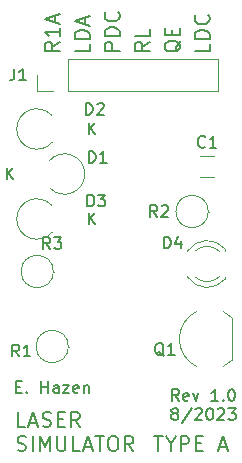
<source format=gbr>
%TF.GenerationSoftware,KiCad,Pcbnew,7.0.6-7.0.6~ubuntu22.04.1*%
%TF.CreationDate,2023-08-18T10:05:56-04:00*%
%TF.ProjectId,laserSim,6c617365-7253-4696-9d2e-6b696361645f,rev?*%
%TF.SameCoordinates,Original*%
%TF.FileFunction,Legend,Top*%
%TF.FilePolarity,Positive*%
%FSLAX46Y46*%
G04 Gerber Fmt 4.6, Leading zero omitted, Abs format (unit mm)*
G04 Created by KiCad (PCBNEW 7.0.6-7.0.6~ubuntu22.04.1) date 2023-08-18 10:05:56*
%MOMM*%
%LPD*%
G01*
G04 APERTURE LIST*
%ADD10C,0.150000*%
%ADD11C,0.152400*%
%ADD12C,0.120000*%
G04 APERTURE END LIST*
D10*
X130511779Y-98025009D02*
X130845112Y-98025009D01*
X130987969Y-98548819D02*
X130511779Y-98548819D01*
X130511779Y-98548819D02*
X130511779Y-97548819D01*
X130511779Y-97548819D02*
X130987969Y-97548819D01*
X131416541Y-98453580D02*
X131464160Y-98501200D01*
X131464160Y-98501200D02*
X131416541Y-98548819D01*
X131416541Y-98548819D02*
X131368922Y-98501200D01*
X131368922Y-98501200D02*
X131416541Y-98453580D01*
X131416541Y-98453580D02*
X131416541Y-98548819D01*
X132654636Y-98548819D02*
X132654636Y-97548819D01*
X132654636Y-98025009D02*
X133226064Y-98025009D01*
X133226064Y-98548819D02*
X133226064Y-97548819D01*
X134130826Y-98548819D02*
X134130826Y-98025009D01*
X134130826Y-98025009D02*
X134083207Y-97929771D01*
X134083207Y-97929771D02*
X133987969Y-97882152D01*
X133987969Y-97882152D02*
X133797493Y-97882152D01*
X133797493Y-97882152D02*
X133702255Y-97929771D01*
X134130826Y-98501200D02*
X134035588Y-98548819D01*
X134035588Y-98548819D02*
X133797493Y-98548819D01*
X133797493Y-98548819D02*
X133702255Y-98501200D01*
X133702255Y-98501200D02*
X133654636Y-98405961D01*
X133654636Y-98405961D02*
X133654636Y-98310723D01*
X133654636Y-98310723D02*
X133702255Y-98215485D01*
X133702255Y-98215485D02*
X133797493Y-98167866D01*
X133797493Y-98167866D02*
X134035588Y-98167866D01*
X134035588Y-98167866D02*
X134130826Y-98120247D01*
X134511779Y-97882152D02*
X135035588Y-97882152D01*
X135035588Y-97882152D02*
X134511779Y-98548819D01*
X134511779Y-98548819D02*
X135035588Y-98548819D01*
X135797493Y-98501200D02*
X135702255Y-98548819D01*
X135702255Y-98548819D02*
X135511779Y-98548819D01*
X135511779Y-98548819D02*
X135416541Y-98501200D01*
X135416541Y-98501200D02*
X135368922Y-98405961D01*
X135368922Y-98405961D02*
X135368922Y-98025009D01*
X135368922Y-98025009D02*
X135416541Y-97929771D01*
X135416541Y-97929771D02*
X135511779Y-97882152D01*
X135511779Y-97882152D02*
X135702255Y-97882152D01*
X135702255Y-97882152D02*
X135797493Y-97929771D01*
X135797493Y-97929771D02*
X135845112Y-98025009D01*
X135845112Y-98025009D02*
X135845112Y-98120247D01*
X135845112Y-98120247D02*
X135368922Y-98215485D01*
X136273684Y-97882152D02*
X136273684Y-98548819D01*
X136273684Y-97977390D02*
X136321303Y-97929771D01*
X136321303Y-97929771D02*
X136416541Y-97882152D01*
X136416541Y-97882152D02*
X136559398Y-97882152D01*
X136559398Y-97882152D02*
X136654636Y-97929771D01*
X136654636Y-97929771D02*
X136702255Y-98025009D01*
X136702255Y-98025009D02*
X136702255Y-98548819D01*
D11*
X144483603Y-68727689D02*
X144423127Y-68848641D01*
X144423127Y-68848641D02*
X144302175Y-68969594D01*
X144302175Y-68969594D02*
X144120746Y-69151022D01*
X144120746Y-69151022D02*
X144060270Y-69271975D01*
X144060270Y-69271975D02*
X144060270Y-69392927D01*
X144362651Y-69332451D02*
X144302175Y-69453403D01*
X144302175Y-69453403D02*
X144181222Y-69574356D01*
X144181222Y-69574356D02*
X143939317Y-69634832D01*
X143939317Y-69634832D02*
X143515984Y-69634832D01*
X143515984Y-69634832D02*
X143274079Y-69574356D01*
X143274079Y-69574356D02*
X143153127Y-69453403D01*
X143153127Y-69453403D02*
X143092651Y-69332451D01*
X143092651Y-69332451D02*
X143092651Y-69090546D01*
X143092651Y-69090546D02*
X143153127Y-68969594D01*
X143153127Y-68969594D02*
X143274079Y-68848641D01*
X143274079Y-68848641D02*
X143515984Y-68788165D01*
X143515984Y-68788165D02*
X143939317Y-68788165D01*
X143939317Y-68788165D02*
X144181222Y-68848641D01*
X144181222Y-68848641D02*
X144302175Y-68969594D01*
X144302175Y-68969594D02*
X144362651Y-69090546D01*
X144362651Y-69090546D02*
X144362651Y-69332451D01*
X143697413Y-68243880D02*
X143697413Y-67820546D01*
X144362651Y-67639118D02*
X144362651Y-68243880D01*
X144362651Y-68243880D02*
X143092651Y-68243880D01*
X143092651Y-68243880D02*
X143092651Y-67639118D01*
X146902651Y-68969594D02*
X146902651Y-69574356D01*
X146902651Y-69574356D02*
X145632651Y-69574356D01*
X146902651Y-68546261D02*
X145632651Y-68546261D01*
X145632651Y-68546261D02*
X145632651Y-68243880D01*
X145632651Y-68243880D02*
X145693127Y-68062451D01*
X145693127Y-68062451D02*
X145814079Y-67941499D01*
X145814079Y-67941499D02*
X145935032Y-67881022D01*
X145935032Y-67881022D02*
X146176936Y-67820546D01*
X146176936Y-67820546D02*
X146358365Y-67820546D01*
X146358365Y-67820546D02*
X146600270Y-67881022D01*
X146600270Y-67881022D02*
X146721222Y-67941499D01*
X146721222Y-67941499D02*
X146842175Y-68062451D01*
X146842175Y-68062451D02*
X146902651Y-68243880D01*
X146902651Y-68243880D02*
X146902651Y-68546261D01*
X146781698Y-66550546D02*
X146842175Y-66611022D01*
X146842175Y-66611022D02*
X146902651Y-66792451D01*
X146902651Y-66792451D02*
X146902651Y-66913403D01*
X146902651Y-66913403D02*
X146842175Y-67094832D01*
X146842175Y-67094832D02*
X146721222Y-67215784D01*
X146721222Y-67215784D02*
X146600270Y-67276261D01*
X146600270Y-67276261D02*
X146358365Y-67336737D01*
X146358365Y-67336737D02*
X146176936Y-67336737D01*
X146176936Y-67336737D02*
X145935032Y-67276261D01*
X145935032Y-67276261D02*
X145814079Y-67215784D01*
X145814079Y-67215784D02*
X145693127Y-67094832D01*
X145693127Y-67094832D02*
X145632651Y-66913403D01*
X145632651Y-66913403D02*
X145632651Y-66792451D01*
X145632651Y-66792451D02*
X145693127Y-66611022D01*
X145693127Y-66611022D02*
X145753603Y-66550546D01*
X142207215Y-102198651D02*
X142932929Y-102198651D01*
X142570072Y-103468651D02*
X142570072Y-102198651D01*
X143598167Y-102863889D02*
X143598167Y-103468651D01*
X143174834Y-102198651D02*
X143598167Y-102863889D01*
X143598167Y-102863889D02*
X144021501Y-102198651D01*
X144444833Y-103468651D02*
X144444833Y-102198651D01*
X144444833Y-102198651D02*
X144928643Y-102198651D01*
X144928643Y-102198651D02*
X145049595Y-102259127D01*
X145049595Y-102259127D02*
X145110072Y-102319603D01*
X145110072Y-102319603D02*
X145170548Y-102440555D01*
X145170548Y-102440555D02*
X145170548Y-102621984D01*
X145170548Y-102621984D02*
X145110072Y-102742936D01*
X145110072Y-102742936D02*
X145049595Y-102803413D01*
X145049595Y-102803413D02*
X144928643Y-102863889D01*
X144928643Y-102863889D02*
X144444833Y-102863889D01*
X145714833Y-102803413D02*
X146138167Y-102803413D01*
X146319595Y-103468651D02*
X145714833Y-103468651D01*
X145714833Y-103468651D02*
X145714833Y-102198651D01*
X145714833Y-102198651D02*
X146319595Y-102198651D01*
X147771024Y-103105794D02*
X148375786Y-103105794D01*
X147650072Y-103468651D02*
X148073405Y-102198651D01*
X148073405Y-102198651D02*
X148496739Y-103468651D01*
X139282651Y-69574356D02*
X138012651Y-69574356D01*
X138012651Y-69574356D02*
X138012651Y-69090546D01*
X138012651Y-69090546D02*
X138073127Y-68969594D01*
X138073127Y-68969594D02*
X138133603Y-68909117D01*
X138133603Y-68909117D02*
X138254555Y-68848641D01*
X138254555Y-68848641D02*
X138435984Y-68848641D01*
X138435984Y-68848641D02*
X138556936Y-68909117D01*
X138556936Y-68909117D02*
X138617413Y-68969594D01*
X138617413Y-68969594D02*
X138677889Y-69090546D01*
X138677889Y-69090546D02*
X138677889Y-69574356D01*
X139282651Y-68304356D02*
X138012651Y-68304356D01*
X138012651Y-68304356D02*
X138012651Y-68001975D01*
X138012651Y-68001975D02*
X138073127Y-67820546D01*
X138073127Y-67820546D02*
X138194079Y-67699594D01*
X138194079Y-67699594D02*
X138315032Y-67639117D01*
X138315032Y-67639117D02*
X138556936Y-67578641D01*
X138556936Y-67578641D02*
X138738365Y-67578641D01*
X138738365Y-67578641D02*
X138980270Y-67639117D01*
X138980270Y-67639117D02*
X139101222Y-67699594D01*
X139101222Y-67699594D02*
X139222175Y-67820546D01*
X139222175Y-67820546D02*
X139282651Y-68001975D01*
X139282651Y-68001975D02*
X139282651Y-68304356D01*
X139161698Y-66308641D02*
X139222175Y-66369117D01*
X139222175Y-66369117D02*
X139282651Y-66550546D01*
X139282651Y-66550546D02*
X139282651Y-66671498D01*
X139282651Y-66671498D02*
X139222175Y-66852927D01*
X139222175Y-66852927D02*
X139101222Y-66973879D01*
X139101222Y-66973879D02*
X138980270Y-67034356D01*
X138980270Y-67034356D02*
X138738365Y-67094832D01*
X138738365Y-67094832D02*
X138556936Y-67094832D01*
X138556936Y-67094832D02*
X138315032Y-67034356D01*
X138315032Y-67034356D02*
X138194079Y-66973879D01*
X138194079Y-66973879D02*
X138073127Y-66852927D01*
X138073127Y-66852927D02*
X138012651Y-66671498D01*
X138012651Y-66671498D02*
X138012651Y-66550546D01*
X138012651Y-66550546D02*
X138073127Y-66369117D01*
X138073127Y-66369117D02*
X138133603Y-66308641D01*
X136742651Y-68969594D02*
X136742651Y-69574356D01*
X136742651Y-69574356D02*
X135472651Y-69574356D01*
X136742651Y-68546261D02*
X135472651Y-68546261D01*
X135472651Y-68546261D02*
X135472651Y-68243880D01*
X135472651Y-68243880D02*
X135533127Y-68062451D01*
X135533127Y-68062451D02*
X135654079Y-67941499D01*
X135654079Y-67941499D02*
X135775032Y-67881022D01*
X135775032Y-67881022D02*
X136016936Y-67820546D01*
X136016936Y-67820546D02*
X136198365Y-67820546D01*
X136198365Y-67820546D02*
X136440270Y-67881022D01*
X136440270Y-67881022D02*
X136561222Y-67941499D01*
X136561222Y-67941499D02*
X136682175Y-68062451D01*
X136682175Y-68062451D02*
X136742651Y-68243880D01*
X136742651Y-68243880D02*
X136742651Y-68546261D01*
X136379794Y-67336737D02*
X136379794Y-66731975D01*
X136742651Y-67457689D02*
X135472651Y-67034356D01*
X135472651Y-67034356D02*
X136742651Y-66611022D01*
X141822651Y-68848641D02*
X141217889Y-69271975D01*
X141822651Y-69574356D02*
X140552651Y-69574356D01*
X140552651Y-69574356D02*
X140552651Y-69090546D01*
X140552651Y-69090546D02*
X140613127Y-68969594D01*
X140613127Y-68969594D02*
X140673603Y-68909117D01*
X140673603Y-68909117D02*
X140794555Y-68848641D01*
X140794555Y-68848641D02*
X140975984Y-68848641D01*
X140975984Y-68848641D02*
X141096936Y-68909117D01*
X141096936Y-68909117D02*
X141157413Y-68969594D01*
X141157413Y-68969594D02*
X141217889Y-69090546D01*
X141217889Y-69090546D02*
X141217889Y-69574356D01*
X141822651Y-67699594D02*
X141822651Y-68304356D01*
X141822651Y-68304356D02*
X140552651Y-68304356D01*
D10*
X144291207Y-99224819D02*
X143957874Y-98748628D01*
X143719779Y-99224819D02*
X143719779Y-98224819D01*
X143719779Y-98224819D02*
X144100731Y-98224819D01*
X144100731Y-98224819D02*
X144195969Y-98272438D01*
X144195969Y-98272438D02*
X144243588Y-98320057D01*
X144243588Y-98320057D02*
X144291207Y-98415295D01*
X144291207Y-98415295D02*
X144291207Y-98558152D01*
X144291207Y-98558152D02*
X144243588Y-98653390D01*
X144243588Y-98653390D02*
X144195969Y-98701009D01*
X144195969Y-98701009D02*
X144100731Y-98748628D01*
X144100731Y-98748628D02*
X143719779Y-98748628D01*
X145100731Y-99177200D02*
X145005493Y-99224819D01*
X145005493Y-99224819D02*
X144815017Y-99224819D01*
X144815017Y-99224819D02*
X144719779Y-99177200D01*
X144719779Y-99177200D02*
X144672160Y-99081961D01*
X144672160Y-99081961D02*
X144672160Y-98701009D01*
X144672160Y-98701009D02*
X144719779Y-98605771D01*
X144719779Y-98605771D02*
X144815017Y-98558152D01*
X144815017Y-98558152D02*
X145005493Y-98558152D01*
X145005493Y-98558152D02*
X145100731Y-98605771D01*
X145100731Y-98605771D02*
X145148350Y-98701009D01*
X145148350Y-98701009D02*
X145148350Y-98796247D01*
X145148350Y-98796247D02*
X144672160Y-98891485D01*
X145481684Y-98558152D02*
X145719779Y-99224819D01*
X145719779Y-99224819D02*
X145957874Y-98558152D01*
X147624541Y-99224819D02*
X147053113Y-99224819D01*
X147338827Y-99224819D02*
X147338827Y-98224819D01*
X147338827Y-98224819D02*
X147243589Y-98367676D01*
X147243589Y-98367676D02*
X147148351Y-98462914D01*
X147148351Y-98462914D02*
X147053113Y-98510533D01*
X148053113Y-99129580D02*
X148100732Y-99177200D01*
X148100732Y-99177200D02*
X148053113Y-99224819D01*
X148053113Y-99224819D02*
X148005494Y-99177200D01*
X148005494Y-99177200D02*
X148053113Y-99129580D01*
X148053113Y-99129580D02*
X148053113Y-99224819D01*
X148719779Y-98224819D02*
X148815017Y-98224819D01*
X148815017Y-98224819D02*
X148910255Y-98272438D01*
X148910255Y-98272438D02*
X148957874Y-98320057D01*
X148957874Y-98320057D02*
X149005493Y-98415295D01*
X149005493Y-98415295D02*
X149053112Y-98605771D01*
X149053112Y-98605771D02*
X149053112Y-98843866D01*
X149053112Y-98843866D02*
X149005493Y-99034342D01*
X149005493Y-99034342D02*
X148957874Y-99129580D01*
X148957874Y-99129580D02*
X148910255Y-99177200D01*
X148910255Y-99177200D02*
X148815017Y-99224819D01*
X148815017Y-99224819D02*
X148719779Y-99224819D01*
X148719779Y-99224819D02*
X148624541Y-99177200D01*
X148624541Y-99177200D02*
X148576922Y-99129580D01*
X148576922Y-99129580D02*
X148529303Y-99034342D01*
X148529303Y-99034342D02*
X148481684Y-98843866D01*
X148481684Y-98843866D02*
X148481684Y-98605771D01*
X148481684Y-98605771D02*
X148529303Y-98415295D01*
X148529303Y-98415295D02*
X148576922Y-98320057D01*
X148576922Y-98320057D02*
X148624541Y-98272438D01*
X148624541Y-98272438D02*
X148719779Y-98224819D01*
X143862636Y-100263390D02*
X143767398Y-100215771D01*
X143767398Y-100215771D02*
X143719779Y-100168152D01*
X143719779Y-100168152D02*
X143672160Y-100072914D01*
X143672160Y-100072914D02*
X143672160Y-100025295D01*
X143672160Y-100025295D02*
X143719779Y-99930057D01*
X143719779Y-99930057D02*
X143767398Y-99882438D01*
X143767398Y-99882438D02*
X143862636Y-99834819D01*
X143862636Y-99834819D02*
X144053112Y-99834819D01*
X144053112Y-99834819D02*
X144148350Y-99882438D01*
X144148350Y-99882438D02*
X144195969Y-99930057D01*
X144195969Y-99930057D02*
X144243588Y-100025295D01*
X144243588Y-100025295D02*
X144243588Y-100072914D01*
X144243588Y-100072914D02*
X144195969Y-100168152D01*
X144195969Y-100168152D02*
X144148350Y-100215771D01*
X144148350Y-100215771D02*
X144053112Y-100263390D01*
X144053112Y-100263390D02*
X143862636Y-100263390D01*
X143862636Y-100263390D02*
X143767398Y-100311009D01*
X143767398Y-100311009D02*
X143719779Y-100358628D01*
X143719779Y-100358628D02*
X143672160Y-100453866D01*
X143672160Y-100453866D02*
X143672160Y-100644342D01*
X143672160Y-100644342D02*
X143719779Y-100739580D01*
X143719779Y-100739580D02*
X143767398Y-100787200D01*
X143767398Y-100787200D02*
X143862636Y-100834819D01*
X143862636Y-100834819D02*
X144053112Y-100834819D01*
X144053112Y-100834819D02*
X144148350Y-100787200D01*
X144148350Y-100787200D02*
X144195969Y-100739580D01*
X144195969Y-100739580D02*
X144243588Y-100644342D01*
X144243588Y-100644342D02*
X144243588Y-100453866D01*
X144243588Y-100453866D02*
X144195969Y-100358628D01*
X144195969Y-100358628D02*
X144148350Y-100311009D01*
X144148350Y-100311009D02*
X144053112Y-100263390D01*
X145386445Y-99787200D02*
X144529303Y-101072914D01*
X145672160Y-99930057D02*
X145719779Y-99882438D01*
X145719779Y-99882438D02*
X145815017Y-99834819D01*
X145815017Y-99834819D02*
X146053112Y-99834819D01*
X146053112Y-99834819D02*
X146148350Y-99882438D01*
X146148350Y-99882438D02*
X146195969Y-99930057D01*
X146195969Y-99930057D02*
X146243588Y-100025295D01*
X146243588Y-100025295D02*
X146243588Y-100120533D01*
X146243588Y-100120533D02*
X146195969Y-100263390D01*
X146195969Y-100263390D02*
X145624541Y-100834819D01*
X145624541Y-100834819D02*
X146243588Y-100834819D01*
X146862636Y-99834819D02*
X146957874Y-99834819D01*
X146957874Y-99834819D02*
X147053112Y-99882438D01*
X147053112Y-99882438D02*
X147100731Y-99930057D01*
X147100731Y-99930057D02*
X147148350Y-100025295D01*
X147148350Y-100025295D02*
X147195969Y-100215771D01*
X147195969Y-100215771D02*
X147195969Y-100453866D01*
X147195969Y-100453866D02*
X147148350Y-100644342D01*
X147148350Y-100644342D02*
X147100731Y-100739580D01*
X147100731Y-100739580D02*
X147053112Y-100787200D01*
X147053112Y-100787200D02*
X146957874Y-100834819D01*
X146957874Y-100834819D02*
X146862636Y-100834819D01*
X146862636Y-100834819D02*
X146767398Y-100787200D01*
X146767398Y-100787200D02*
X146719779Y-100739580D01*
X146719779Y-100739580D02*
X146672160Y-100644342D01*
X146672160Y-100644342D02*
X146624541Y-100453866D01*
X146624541Y-100453866D02*
X146624541Y-100215771D01*
X146624541Y-100215771D02*
X146672160Y-100025295D01*
X146672160Y-100025295D02*
X146719779Y-99930057D01*
X146719779Y-99930057D02*
X146767398Y-99882438D01*
X146767398Y-99882438D02*
X146862636Y-99834819D01*
X147576922Y-99930057D02*
X147624541Y-99882438D01*
X147624541Y-99882438D02*
X147719779Y-99834819D01*
X147719779Y-99834819D02*
X147957874Y-99834819D01*
X147957874Y-99834819D02*
X148053112Y-99882438D01*
X148053112Y-99882438D02*
X148100731Y-99930057D01*
X148100731Y-99930057D02*
X148148350Y-100025295D01*
X148148350Y-100025295D02*
X148148350Y-100120533D01*
X148148350Y-100120533D02*
X148100731Y-100263390D01*
X148100731Y-100263390D02*
X147529303Y-100834819D01*
X147529303Y-100834819D02*
X148148350Y-100834819D01*
X148481684Y-99834819D02*
X149100731Y-99834819D01*
X149100731Y-99834819D02*
X148767398Y-100215771D01*
X148767398Y-100215771D02*
X148910255Y-100215771D01*
X148910255Y-100215771D02*
X149005493Y-100263390D01*
X149005493Y-100263390D02*
X149053112Y-100311009D01*
X149053112Y-100311009D02*
X149100731Y-100406247D01*
X149100731Y-100406247D02*
X149100731Y-100644342D01*
X149100731Y-100644342D02*
X149053112Y-100739580D01*
X149053112Y-100739580D02*
X149005493Y-100787200D01*
X149005493Y-100787200D02*
X148910255Y-100834819D01*
X148910255Y-100834819D02*
X148624541Y-100834819D01*
X148624541Y-100834819D02*
X148529303Y-100787200D01*
X148529303Y-100787200D02*
X148481684Y-100739580D01*
D11*
X134202651Y-68848641D02*
X133597889Y-69271975D01*
X134202651Y-69574356D02*
X132932651Y-69574356D01*
X132932651Y-69574356D02*
X132932651Y-69090546D01*
X132932651Y-69090546D02*
X132993127Y-68969594D01*
X132993127Y-68969594D02*
X133053603Y-68909117D01*
X133053603Y-68909117D02*
X133174555Y-68848641D01*
X133174555Y-68848641D02*
X133355984Y-68848641D01*
X133355984Y-68848641D02*
X133476936Y-68909117D01*
X133476936Y-68909117D02*
X133537413Y-68969594D01*
X133537413Y-68969594D02*
X133597889Y-69090546D01*
X133597889Y-69090546D02*
X133597889Y-69574356D01*
X134202651Y-67639117D02*
X134202651Y-68364832D01*
X134202651Y-68001975D02*
X132932651Y-68001975D01*
X132932651Y-68001975D02*
X133114079Y-68122927D01*
X133114079Y-68122927D02*
X133235032Y-68243879D01*
X133235032Y-68243879D02*
X133295508Y-68364832D01*
X133839794Y-67155308D02*
X133839794Y-66550546D01*
X134202651Y-67276260D02*
X132932651Y-66852927D01*
X132932651Y-66852927D02*
X134202651Y-66429593D01*
X131309405Y-101423951D02*
X130704643Y-101423951D01*
X130704643Y-101423951D02*
X130704643Y-100153951D01*
X131672262Y-101061094D02*
X132277024Y-101061094D01*
X131551310Y-101423951D02*
X131974643Y-100153951D01*
X131974643Y-100153951D02*
X132397977Y-101423951D01*
X132760833Y-101363475D02*
X132942262Y-101423951D01*
X132942262Y-101423951D02*
X133244643Y-101423951D01*
X133244643Y-101423951D02*
X133365595Y-101363475D01*
X133365595Y-101363475D02*
X133426071Y-101302998D01*
X133426071Y-101302998D02*
X133486548Y-101182046D01*
X133486548Y-101182046D02*
X133486548Y-101061094D01*
X133486548Y-101061094D02*
X133426071Y-100940141D01*
X133426071Y-100940141D02*
X133365595Y-100879665D01*
X133365595Y-100879665D02*
X133244643Y-100819189D01*
X133244643Y-100819189D02*
X133002738Y-100758713D01*
X133002738Y-100758713D02*
X132881786Y-100698236D01*
X132881786Y-100698236D02*
X132821309Y-100637760D01*
X132821309Y-100637760D02*
X132760833Y-100516808D01*
X132760833Y-100516808D02*
X132760833Y-100395855D01*
X132760833Y-100395855D02*
X132821309Y-100274903D01*
X132821309Y-100274903D02*
X132881786Y-100214427D01*
X132881786Y-100214427D02*
X133002738Y-100153951D01*
X133002738Y-100153951D02*
X133305119Y-100153951D01*
X133305119Y-100153951D02*
X133486548Y-100214427D01*
X134030833Y-100758713D02*
X134454167Y-100758713D01*
X134635595Y-101423951D02*
X134030833Y-101423951D01*
X134030833Y-101423951D02*
X134030833Y-100153951D01*
X134030833Y-100153951D02*
X134635595Y-100153951D01*
X135905596Y-101423951D02*
X135482262Y-100819189D01*
X135179881Y-101423951D02*
X135179881Y-100153951D01*
X135179881Y-100153951D02*
X135663691Y-100153951D01*
X135663691Y-100153951D02*
X135784643Y-100214427D01*
X135784643Y-100214427D02*
X135845120Y-100274903D01*
X135845120Y-100274903D02*
X135905596Y-100395855D01*
X135905596Y-100395855D02*
X135905596Y-100577284D01*
X135905596Y-100577284D02*
X135845120Y-100698236D01*
X135845120Y-100698236D02*
X135784643Y-100758713D01*
X135784643Y-100758713D02*
X135663691Y-100819189D01*
X135663691Y-100819189D02*
X135179881Y-100819189D01*
X130644167Y-103408175D02*
X130825596Y-103468651D01*
X130825596Y-103468651D02*
X131127977Y-103468651D01*
X131127977Y-103468651D02*
X131248929Y-103408175D01*
X131248929Y-103408175D02*
X131309405Y-103347698D01*
X131309405Y-103347698D02*
X131369882Y-103226746D01*
X131369882Y-103226746D02*
X131369882Y-103105794D01*
X131369882Y-103105794D02*
X131309405Y-102984841D01*
X131309405Y-102984841D02*
X131248929Y-102924365D01*
X131248929Y-102924365D02*
X131127977Y-102863889D01*
X131127977Y-102863889D02*
X130886072Y-102803413D01*
X130886072Y-102803413D02*
X130765120Y-102742936D01*
X130765120Y-102742936D02*
X130704643Y-102682460D01*
X130704643Y-102682460D02*
X130644167Y-102561508D01*
X130644167Y-102561508D02*
X130644167Y-102440555D01*
X130644167Y-102440555D02*
X130704643Y-102319603D01*
X130704643Y-102319603D02*
X130765120Y-102259127D01*
X130765120Y-102259127D02*
X130886072Y-102198651D01*
X130886072Y-102198651D02*
X131188453Y-102198651D01*
X131188453Y-102198651D02*
X131369882Y-102259127D01*
X131914167Y-103468651D02*
X131914167Y-102198651D01*
X132518929Y-103468651D02*
X132518929Y-102198651D01*
X132518929Y-102198651D02*
X132942263Y-103105794D01*
X132942263Y-103105794D02*
X133365596Y-102198651D01*
X133365596Y-102198651D02*
X133365596Y-103468651D01*
X133970358Y-102198651D02*
X133970358Y-103226746D01*
X133970358Y-103226746D02*
X134030835Y-103347698D01*
X134030835Y-103347698D02*
X134091311Y-103408175D01*
X134091311Y-103408175D02*
X134212263Y-103468651D01*
X134212263Y-103468651D02*
X134454168Y-103468651D01*
X134454168Y-103468651D02*
X134575120Y-103408175D01*
X134575120Y-103408175D02*
X134635597Y-103347698D01*
X134635597Y-103347698D02*
X134696073Y-103226746D01*
X134696073Y-103226746D02*
X134696073Y-102198651D01*
X135905596Y-103468651D02*
X135300834Y-103468651D01*
X135300834Y-103468651D02*
X135300834Y-102198651D01*
X136268453Y-103105794D02*
X136873215Y-103105794D01*
X136147501Y-103468651D02*
X136570834Y-102198651D01*
X136570834Y-102198651D02*
X136994168Y-103468651D01*
X137236072Y-102198651D02*
X137961786Y-102198651D01*
X137598929Y-103468651D02*
X137598929Y-102198651D01*
X138627024Y-102198651D02*
X138868929Y-102198651D01*
X138868929Y-102198651D02*
X138989881Y-102259127D01*
X138989881Y-102259127D02*
X139110834Y-102380079D01*
X139110834Y-102380079D02*
X139171310Y-102621984D01*
X139171310Y-102621984D02*
X139171310Y-103045317D01*
X139171310Y-103045317D02*
X139110834Y-103287222D01*
X139110834Y-103287222D02*
X138989881Y-103408175D01*
X138989881Y-103408175D02*
X138868929Y-103468651D01*
X138868929Y-103468651D02*
X138627024Y-103468651D01*
X138627024Y-103468651D02*
X138506072Y-103408175D01*
X138506072Y-103408175D02*
X138385119Y-103287222D01*
X138385119Y-103287222D02*
X138324643Y-103045317D01*
X138324643Y-103045317D02*
X138324643Y-102621984D01*
X138324643Y-102621984D02*
X138385119Y-102380079D01*
X138385119Y-102380079D02*
X138506072Y-102259127D01*
X138506072Y-102259127D02*
X138627024Y-102198651D01*
X140441310Y-103468651D02*
X140017976Y-102863889D01*
X139715595Y-103468651D02*
X139715595Y-102198651D01*
X139715595Y-102198651D02*
X140199405Y-102198651D01*
X140199405Y-102198651D02*
X140320357Y-102259127D01*
X140320357Y-102259127D02*
X140380834Y-102319603D01*
X140380834Y-102319603D02*
X140441310Y-102440555D01*
X140441310Y-102440555D02*
X140441310Y-102621984D01*
X140441310Y-102621984D02*
X140380834Y-102742936D01*
X140380834Y-102742936D02*
X140320357Y-102803413D01*
X140320357Y-102803413D02*
X140199405Y-102863889D01*
X140199405Y-102863889D02*
X139715595Y-102863889D01*
D10*
X133408333Y-86349819D02*
X133075000Y-85873628D01*
X132836905Y-86349819D02*
X132836905Y-85349819D01*
X132836905Y-85349819D02*
X133217857Y-85349819D01*
X133217857Y-85349819D02*
X133313095Y-85397438D01*
X133313095Y-85397438D02*
X133360714Y-85445057D01*
X133360714Y-85445057D02*
X133408333Y-85540295D01*
X133408333Y-85540295D02*
X133408333Y-85683152D01*
X133408333Y-85683152D02*
X133360714Y-85778390D01*
X133360714Y-85778390D02*
X133313095Y-85826009D01*
X133313095Y-85826009D02*
X133217857Y-85873628D01*
X133217857Y-85873628D02*
X132836905Y-85873628D01*
X133741667Y-85349819D02*
X134360714Y-85349819D01*
X134360714Y-85349819D02*
X134027381Y-85730771D01*
X134027381Y-85730771D02*
X134170238Y-85730771D01*
X134170238Y-85730771D02*
X134265476Y-85778390D01*
X134265476Y-85778390D02*
X134313095Y-85826009D01*
X134313095Y-85826009D02*
X134360714Y-85921247D01*
X134360714Y-85921247D02*
X134360714Y-86159342D01*
X134360714Y-86159342D02*
X134313095Y-86254580D01*
X134313095Y-86254580D02*
X134265476Y-86302200D01*
X134265476Y-86302200D02*
X134170238Y-86349819D01*
X134170238Y-86349819D02*
X133884524Y-86349819D01*
X133884524Y-86349819D02*
X133789286Y-86302200D01*
X133789286Y-86302200D02*
X133741667Y-86254580D01*
X143025905Y-86306819D02*
X143025905Y-85306819D01*
X143025905Y-85306819D02*
X143264000Y-85306819D01*
X143264000Y-85306819D02*
X143406857Y-85354438D01*
X143406857Y-85354438D02*
X143502095Y-85449676D01*
X143502095Y-85449676D02*
X143549714Y-85544914D01*
X143549714Y-85544914D02*
X143597333Y-85735390D01*
X143597333Y-85735390D02*
X143597333Y-85878247D01*
X143597333Y-85878247D02*
X143549714Y-86068723D01*
X143549714Y-86068723D02*
X143502095Y-86163961D01*
X143502095Y-86163961D02*
X143406857Y-86259200D01*
X143406857Y-86259200D02*
X143264000Y-86306819D01*
X143264000Y-86306819D02*
X143025905Y-86306819D01*
X144454476Y-85640152D02*
X144454476Y-86306819D01*
X144216381Y-85259200D02*
X143978286Y-85973485D01*
X143978286Y-85973485D02*
X144597333Y-85973485D01*
X136421905Y-75003819D02*
X136421905Y-74003819D01*
X136421905Y-74003819D02*
X136660000Y-74003819D01*
X136660000Y-74003819D02*
X136802857Y-74051438D01*
X136802857Y-74051438D02*
X136898095Y-74146676D01*
X136898095Y-74146676D02*
X136945714Y-74241914D01*
X136945714Y-74241914D02*
X136993333Y-74432390D01*
X136993333Y-74432390D02*
X136993333Y-74575247D01*
X136993333Y-74575247D02*
X136945714Y-74765723D01*
X136945714Y-74765723D02*
X136898095Y-74860961D01*
X136898095Y-74860961D02*
X136802857Y-74956200D01*
X136802857Y-74956200D02*
X136660000Y-75003819D01*
X136660000Y-75003819D02*
X136421905Y-75003819D01*
X137374286Y-74099057D02*
X137421905Y-74051438D01*
X137421905Y-74051438D02*
X137517143Y-74003819D01*
X137517143Y-74003819D02*
X137755238Y-74003819D01*
X137755238Y-74003819D02*
X137850476Y-74051438D01*
X137850476Y-74051438D02*
X137898095Y-74099057D01*
X137898095Y-74099057D02*
X137945714Y-74194295D01*
X137945714Y-74194295D02*
X137945714Y-74289533D01*
X137945714Y-74289533D02*
X137898095Y-74432390D01*
X137898095Y-74432390D02*
X137326667Y-75003819D01*
X137326667Y-75003819D02*
X137945714Y-75003819D01*
X129718095Y-80464819D02*
X129718095Y-79464819D01*
X130289523Y-80464819D02*
X129860952Y-79893390D01*
X130289523Y-79464819D02*
X129718095Y-80036247D01*
X146518333Y-77684580D02*
X146470714Y-77732200D01*
X146470714Y-77732200D02*
X146327857Y-77779819D01*
X146327857Y-77779819D02*
X146232619Y-77779819D01*
X146232619Y-77779819D02*
X146089762Y-77732200D01*
X146089762Y-77732200D02*
X145994524Y-77636961D01*
X145994524Y-77636961D02*
X145946905Y-77541723D01*
X145946905Y-77541723D02*
X145899286Y-77351247D01*
X145899286Y-77351247D02*
X145899286Y-77208390D01*
X145899286Y-77208390D02*
X145946905Y-77017914D01*
X145946905Y-77017914D02*
X145994524Y-76922676D01*
X145994524Y-76922676D02*
X146089762Y-76827438D01*
X146089762Y-76827438D02*
X146232619Y-76779819D01*
X146232619Y-76779819D02*
X146327857Y-76779819D01*
X146327857Y-76779819D02*
X146470714Y-76827438D01*
X146470714Y-76827438D02*
X146518333Y-76875057D01*
X147470714Y-77779819D02*
X146899286Y-77779819D01*
X147185000Y-77779819D02*
X147185000Y-76779819D01*
X147185000Y-76779819D02*
X147089762Y-76922676D01*
X147089762Y-76922676D02*
X146994524Y-77017914D01*
X146994524Y-77017914D02*
X146899286Y-77065533D01*
X142454333Y-83639819D02*
X142121000Y-83163628D01*
X141882905Y-83639819D02*
X141882905Y-82639819D01*
X141882905Y-82639819D02*
X142263857Y-82639819D01*
X142263857Y-82639819D02*
X142359095Y-82687438D01*
X142359095Y-82687438D02*
X142406714Y-82735057D01*
X142406714Y-82735057D02*
X142454333Y-82830295D01*
X142454333Y-82830295D02*
X142454333Y-82973152D01*
X142454333Y-82973152D02*
X142406714Y-83068390D01*
X142406714Y-83068390D02*
X142359095Y-83116009D01*
X142359095Y-83116009D02*
X142263857Y-83163628D01*
X142263857Y-83163628D02*
X141882905Y-83163628D01*
X142835286Y-82735057D02*
X142882905Y-82687438D01*
X142882905Y-82687438D02*
X142978143Y-82639819D01*
X142978143Y-82639819D02*
X143216238Y-82639819D01*
X143216238Y-82639819D02*
X143311476Y-82687438D01*
X143311476Y-82687438D02*
X143359095Y-82735057D01*
X143359095Y-82735057D02*
X143406714Y-82830295D01*
X143406714Y-82830295D02*
X143406714Y-82925533D01*
X143406714Y-82925533D02*
X143359095Y-83068390D01*
X143359095Y-83068390D02*
X142787667Y-83639819D01*
X142787667Y-83639819D02*
X143406714Y-83639819D01*
X130770333Y-95450819D02*
X130437000Y-94974628D01*
X130198905Y-95450819D02*
X130198905Y-94450819D01*
X130198905Y-94450819D02*
X130579857Y-94450819D01*
X130579857Y-94450819D02*
X130675095Y-94498438D01*
X130675095Y-94498438D02*
X130722714Y-94546057D01*
X130722714Y-94546057D02*
X130770333Y-94641295D01*
X130770333Y-94641295D02*
X130770333Y-94784152D01*
X130770333Y-94784152D02*
X130722714Y-94879390D01*
X130722714Y-94879390D02*
X130675095Y-94927009D01*
X130675095Y-94927009D02*
X130579857Y-94974628D01*
X130579857Y-94974628D02*
X130198905Y-94974628D01*
X131722714Y-95450819D02*
X131151286Y-95450819D01*
X131437000Y-95450819D02*
X131437000Y-94450819D01*
X131437000Y-94450819D02*
X131341762Y-94593676D01*
X131341762Y-94593676D02*
X131246524Y-94688914D01*
X131246524Y-94688914D02*
X131151286Y-94736533D01*
X136548905Y-82750819D02*
X136548905Y-81750819D01*
X136548905Y-81750819D02*
X136787000Y-81750819D01*
X136787000Y-81750819D02*
X136929857Y-81798438D01*
X136929857Y-81798438D02*
X137025095Y-81893676D01*
X137025095Y-81893676D02*
X137072714Y-81988914D01*
X137072714Y-81988914D02*
X137120333Y-82179390D01*
X137120333Y-82179390D02*
X137120333Y-82322247D01*
X137120333Y-82322247D02*
X137072714Y-82512723D01*
X137072714Y-82512723D02*
X137025095Y-82607961D01*
X137025095Y-82607961D02*
X136929857Y-82703200D01*
X136929857Y-82703200D02*
X136787000Y-82750819D01*
X136787000Y-82750819D02*
X136548905Y-82750819D01*
X137453667Y-81750819D02*
X138072714Y-81750819D01*
X138072714Y-81750819D02*
X137739381Y-82131771D01*
X137739381Y-82131771D02*
X137882238Y-82131771D01*
X137882238Y-82131771D02*
X137977476Y-82179390D01*
X137977476Y-82179390D02*
X138025095Y-82227009D01*
X138025095Y-82227009D02*
X138072714Y-82322247D01*
X138072714Y-82322247D02*
X138072714Y-82560342D01*
X138072714Y-82560342D02*
X138025095Y-82655580D01*
X138025095Y-82655580D02*
X137977476Y-82703200D01*
X137977476Y-82703200D02*
X137882238Y-82750819D01*
X137882238Y-82750819D02*
X137596524Y-82750819D01*
X137596524Y-82750819D02*
X137501286Y-82703200D01*
X137501286Y-82703200D02*
X137453667Y-82655580D01*
X136656329Y-84274819D02*
X136656329Y-83274819D01*
X137227757Y-84274819D02*
X136799186Y-83703390D01*
X137227757Y-83274819D02*
X136656329Y-83846247D01*
X136675905Y-79067819D02*
X136675905Y-78067819D01*
X136675905Y-78067819D02*
X136914000Y-78067819D01*
X136914000Y-78067819D02*
X137056857Y-78115438D01*
X137056857Y-78115438D02*
X137152095Y-78210676D01*
X137152095Y-78210676D02*
X137199714Y-78305914D01*
X137199714Y-78305914D02*
X137247333Y-78496390D01*
X137247333Y-78496390D02*
X137247333Y-78639247D01*
X137247333Y-78639247D02*
X137199714Y-78829723D01*
X137199714Y-78829723D02*
X137152095Y-78924961D01*
X137152095Y-78924961D02*
X137056857Y-79020200D01*
X137056857Y-79020200D02*
X136914000Y-79067819D01*
X136914000Y-79067819D02*
X136675905Y-79067819D01*
X138199714Y-79067819D02*
X137628286Y-79067819D01*
X137914000Y-79067819D02*
X137914000Y-78067819D01*
X137914000Y-78067819D02*
X137818762Y-78210676D01*
X137818762Y-78210676D02*
X137723524Y-78305914D01*
X137723524Y-78305914D02*
X137628286Y-78353533D01*
X136656329Y-76654819D02*
X136656329Y-75654819D01*
X137227757Y-76654819D02*
X136799186Y-76083390D01*
X137227757Y-75654819D02*
X136656329Y-76226247D01*
X143033761Y-95419057D02*
X142938523Y-95371438D01*
X142938523Y-95371438D02*
X142843285Y-95276200D01*
X142843285Y-95276200D02*
X142700428Y-95133342D01*
X142700428Y-95133342D02*
X142605190Y-95085723D01*
X142605190Y-95085723D02*
X142509952Y-95085723D01*
X142557571Y-95323819D02*
X142462333Y-95276200D01*
X142462333Y-95276200D02*
X142367095Y-95180961D01*
X142367095Y-95180961D02*
X142319476Y-94990485D01*
X142319476Y-94990485D02*
X142319476Y-94657152D01*
X142319476Y-94657152D02*
X142367095Y-94466676D01*
X142367095Y-94466676D02*
X142462333Y-94371438D01*
X142462333Y-94371438D02*
X142557571Y-94323819D01*
X142557571Y-94323819D02*
X142748047Y-94323819D01*
X142748047Y-94323819D02*
X142843285Y-94371438D01*
X142843285Y-94371438D02*
X142938523Y-94466676D01*
X142938523Y-94466676D02*
X142986142Y-94657152D01*
X142986142Y-94657152D02*
X142986142Y-94990485D01*
X142986142Y-94990485D02*
X142938523Y-95180961D01*
X142938523Y-95180961D02*
X142843285Y-95276200D01*
X142843285Y-95276200D02*
X142748047Y-95323819D01*
X142748047Y-95323819D02*
X142557571Y-95323819D01*
X143938523Y-95323819D02*
X143367095Y-95323819D01*
X143652809Y-95323819D02*
X143652809Y-94323819D01*
X143652809Y-94323819D02*
X143557571Y-94466676D01*
X143557571Y-94466676D02*
X143462333Y-94561914D01*
X143462333Y-94561914D02*
X143367095Y-94609533D01*
X130349666Y-71082819D02*
X130349666Y-71797104D01*
X130349666Y-71797104D02*
X130302047Y-71939961D01*
X130302047Y-71939961D02*
X130206809Y-72035200D01*
X130206809Y-72035200D02*
X130063952Y-72082819D01*
X130063952Y-72082819D02*
X129968714Y-72082819D01*
X131349666Y-72082819D02*
X130778238Y-72082819D01*
X131063952Y-72082819D02*
X131063952Y-71082819D01*
X131063952Y-71082819D02*
X130968714Y-71225676D01*
X130968714Y-71225676D02*
X130873476Y-71320914D01*
X130873476Y-71320914D02*
X130778238Y-71368533D01*
D12*
%TO.C,R3*%
X133675000Y-88265000D02*
X133745000Y-88265000D01*
X133675000Y-88265000D02*
G75*
G03*
X133675000Y-88265000I-1370000J0D01*
G01*
%TO.C,D4*%
X145012666Y-88708608D02*
G75*
G03*
X148244999Y-88865515I1672334J1078608D01*
G01*
X147725960Y-86550001D02*
G75*
G03*
X145643871Y-86550164I-1040960J-1079999D01*
G01*
X148244999Y-86394485D02*
G75*
G03*
X145012666Y-86551392I-1559999J-1235515D01*
G01*
X145643871Y-88709836D02*
G75*
G03*
X147725960Y-88709999I1041129J1079836D01*
G01*
X148245000Y-86550000D02*
X148245000Y-86394000D01*
X148245000Y-88866000D02*
X148245000Y-88710000D01*
%TO.C,D2*%
X133368450Y-81177365D02*
G75*
G03*
X133308848Y-78910001I1251550J1167365D01*
G01*
%TO.C,C1*%
X146056000Y-80295000D02*
X147314000Y-80295000D01*
X146056000Y-78455000D02*
X147314000Y-78455000D01*
%TO.C,R2*%
X146785000Y-83185000D02*
X146855000Y-83185000D01*
X146785000Y-83185000D02*
G75*
G03*
X146785000Y-83185000I-1370000J0D01*
G01*
%TO.C,R1*%
X134945000Y-94615000D02*
X135015000Y-94615000D01*
X134945000Y-94615000D02*
G75*
G03*
X134945000Y-94615000I-1370000J0D01*
G01*
%TO.C,D3*%
X133529784Y-82652635D02*
G75*
G03*
X133589386Y-84919999I-1251550J-1167365D01*
G01*
%TO.C,D1*%
X133529784Y-75032635D02*
G75*
G03*
X133589386Y-77299999I-1251550J-1167365D01*
G01*
%TO.C,Q1*%
X148789000Y-95780000D02*
X148789000Y-92180000D01*
X144339001Y-93980000D02*
G75*
G03*
X145840193Y-96336399I2599999J0D01*
G01*
X148061795Y-96304183D02*
G75*
G03*
X148788999Y-95779999I-1122795J2324183D01*
G01*
X145840193Y-91623600D02*
G75*
G03*
X144339000Y-93980000I1098807J-2356400D01*
G01*
X148788999Y-92180001D02*
G75*
G03*
X148061795Y-91655817I-1849999J-1799999D01*
G01*
%TO.C,J1*%
X132274000Y-72958000D02*
X132274000Y-71628000D01*
X133604000Y-72958000D02*
X132274000Y-72958000D01*
X134874000Y-72958000D02*
X147634000Y-72958000D01*
X134874000Y-72958000D02*
X134874000Y-70298000D01*
X147634000Y-72958000D02*
X147634000Y-70298000D01*
X134874000Y-70298000D02*
X147634000Y-70298000D01*
%TD*%
M02*

</source>
